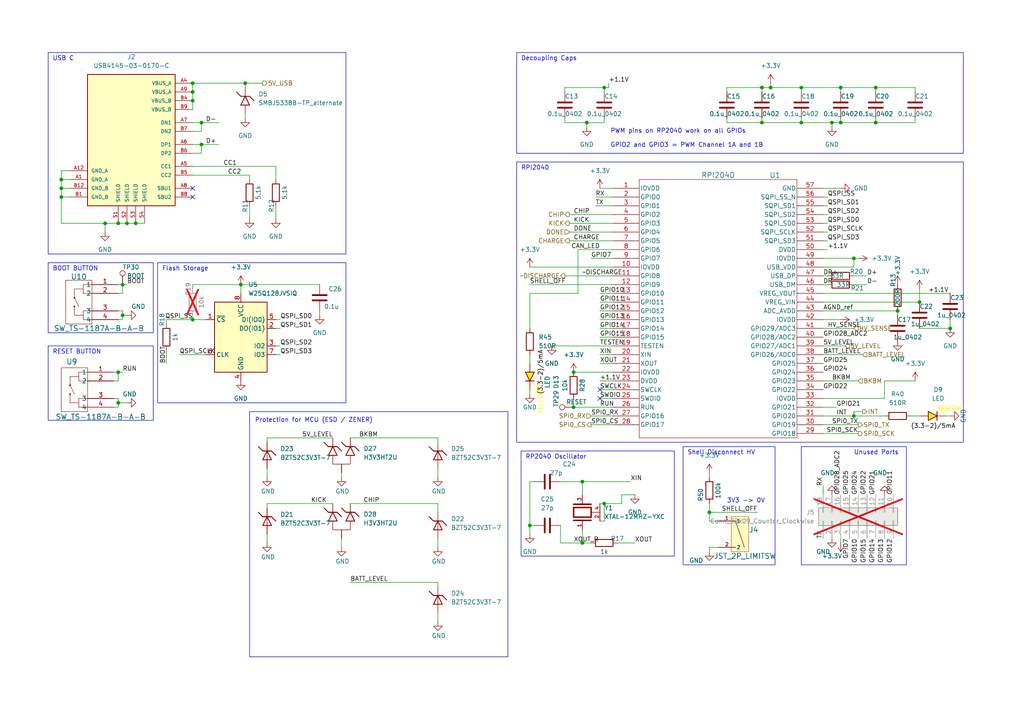
<source format=kicad_sch>
(kicad_sch (version 20250114) (generator "eeschema") (generator_version "9.0")
  (paper "A4")
  (rectangle (start 149.86 46.99) (end 279.4 128.27))
  (rectangle (start 151.13 130.81) (end 195.58 161.29))
  (rectangle (start 13.97 15.24) (end 100.33 73.66))
  (rectangle (start 45.72 76.2) (end 100.33 116.84))
  (rectangle (start 232.41 129.54) (end 262.89 163.83))
  (rectangle (start 198.12 129.54) (end 224.79 163.83))
  (rectangle (start 149.86 15.24) (end 279.4 44.45))
  (rectangle (start 72.39 119.38) (end 147.32 190.5))
  (rectangle (start 13.97 76.2) (end 44.45 96.52))
  (rectangle (start 13.97 100.33) (end 44.45 121.92))
  (text "Unused Ports\n" (at 247.65 132.08 0) (effects (font (size 1.27 1.27)) (justify left bottom)))
  (text "YELLOW" (at 271.78 119.38 0) (effects (font (size 1.27 1.27)) (justify left bottom)))
  (text "BOOT BUTTON\n" (at 15.24 78.74 0) (effects (font (size 1.27 1.27)) (justify left bottom)))
  (text "USB C" (at 15.24 17.78 0) (effects (font (size 1.27 1.27)) (justify left bottom)))
  (text "(3.3-2)/5mA" (at 157.48 101.6 90) (effects (font (size 1.27 1.27)) (justify right bottom)))
  (text "YELLOW" (at 157.48 113.03 90) (effects (font (size 1.27 1.27)) (justify right bottom)))
  (text "Decoupling Caps" (at 151.13 17.78 0) (effects (font (size 1.27 1.27)) (justify left bottom)))
  (text "Flash Storage\n" (at 46.99 78.74 0) (effects (font (size 1.27 1.27)) (justify left bottom)))
  (text "RP2040 Oscillator\n" (at 152.4 133.35 0) (effects (font (size 1.27 1.27)) (justify left bottom)))
  (text "RPI2040" (at 151.13 49.53 0) (effects (font (size 1.27 1.27)) (justify left bottom)))
  (text "PWM pins on RP2040 work on all GPIOs\n\nGPIO2 and GPIO3 = PWM Channel 1A and 1B\n" (at 177.038 42.926 0) (effects (font (size 1.27 1.27)) (justify left bottom)))
  (text "Shell Disconnect HV" (at 199.39 132.08 0) (effects (font (size 1.27 1.27)) (justify left bottom)))
  (text "3V3 -> 0V" (at 210.82 146.05 0) (effects (font (size 1.27 1.27)) (justify left bottom)))
  (text "RESET BUTTON\n" (at 15.24 102.87 0) (effects (font (size 1.27 1.27)) (justify left bottom)))
  (text "Protection for MCU (ESD / ZENER)" (at 73.914 122.682 0) (effects (font (size 1.27 1.27)) (justify left bottom)))
  (text "(3.3-2)/5mA" (at 264.16 124.46 0) (effects (font (size 1.27 1.27)) (justify left bottom)))
  (junction (at 30.48 64.77))
  (junction (at 58.42 41.91))
  (junction (at 260.35 90.17))
  (junction (at 232.41 35.56))
  (junction (at 266.7 87.63))
  (junction (at 55.88 24.13))
  (junction (at 69.85 82.55))
  (junction (at 35.56 91.44))
  (junction (at 55.88 92.71))
  (junction (at 275.59 95.25))
  (junction (at 254 25.4))
  (junction (at 243.84 35.56))
  (junction (at 205.74 148.59))
  (junction (at 55.88 29.21))
  (junction (at 168.91 139.7))
  (junction (at 247.65 120.65))
  (junction (at 170.18 35.56))
  (junction (at 34.29 107.95))
  (junction (at 166.37 107.95))
  (junction (at 17.78 54.61))
  (junction (at 17.78 57.15))
  (junction (at 36.83 64.77))
  (junction (at 241.3 35.56))
  (junction (at 247.65 74.93))
  (junction (at 39.37 64.77))
  (junction (at 232.41 25.4))
  (junction (at 55.88 26.67))
  (junction (at 153.67 152.4))
  (junction (at 168.91 157.48))
  (junction (at 17.78 52.07))
  (junction (at 243.84 25.4))
  (junction (at 223.52 25.4))
  (junction (at 34.29 64.77))
  (junction (at 220.98 25.4))
  (junction (at 58.42 35.56))
  (junction (at 175.26 25.4))
  (junction (at 34.29 116.84))
  (junction (at 254 35.56))
  (junction (at 35.56 82.55))
  (junction (at 175.26 146.05))
  (junction (at 220.98 35.56))
  (junction (at 166.37 118.11))
  (junction (at 71.12 24.13))
  (no_connect (at 173.99 113.03))
  (no_connect (at 55.88 54.61))
  (no_connect (at 173.99 115.57))
  (no_connect (at 55.88 57.15))
  (wire (pts (xy 166.37 118.11) (xy 177.8 118.11)))
  (wire (pts (xy 256.54 110.49) (xy 256.54 115.57)))
  (wire (pts (xy 238.76 120.65) (xy 247.65 120.65)))
  (wire (pts (xy 35.56 82.55) (xy 36.83 82.55)))
  (wire (pts (xy 34.29 64.77) (xy 36.83 64.77)))
  (wire (pts (xy 176.53 24.13) (xy 176.53 25.4)))
  (wire (pts (xy 172.72 59.69) (xy 177.8 59.69)))
  (wire (pts (xy 163.83 25.4) (xy 163.83 26.67)))
  (wire (pts (xy 205.74 160.02) (xy 205.74 158.75)))
  (wire (pts (xy 266.7 95.25) (xy 275.59 95.25)))
  (wire (pts (xy 238.76 102.87) (xy 250.19 102.87)))
  (wire (pts (xy 71.12 33.02) (xy 71.12 34.29)))
  (wire (pts (xy 220.98 25.4) (xy 210.82 25.4)))
  (wire (pts (xy 58.42 38.1) (xy 58.42 35.56)))
  (wire (pts (xy 238.76 72.39) (xy 240.03 72.39)))
  (wire (pts (xy 168.91 153.67) (xy 168.91 157.48)))
  (wire (pts (xy 35.56 85.09) (xy 35.56 82.55)))
  (wire (pts (xy 260.35 90.17) (xy 260.35 91.44)))
  (wire (pts (xy 55.88 92.71) (xy 55.88 91.44)))
  (wire (pts (xy 232.41 35.56) (xy 241.3 35.56)))
  (wire (pts (xy 247.65 77.47) (xy 247.65 74.93)))
  (wire (pts (xy 167.64 72.39) (xy 177.8 72.39)))
  (wire (pts (xy 55.88 35.56) (xy 58.42 35.56)))
  (wire (pts (xy 220.98 25.4) (xy 220.98 26.67)))
  (wire (pts (xy 20.32 52.07) (xy 17.78 52.07)))
  (wire (pts (xy 172.72 57.15) (xy 177.8 57.15)))
  (wire (pts (xy 243.84 157.48) (xy 243.84 156.21)))
  (wire (pts (xy 162.56 157.48) (xy 162.56 152.4)))
  (wire (pts (xy 101.6 168.91) (xy 127 168.91)))
  (wire (pts (xy 127 148.59) (xy 127 146.05)))
  (wire (pts (xy 99.06 158.75) (xy 99.06 156.21)))
  (wire (pts (xy 173.99 110.49) (xy 177.8 110.49)))
  (wire (pts (xy 48.26 92.71) (xy 55.88 92.71)))
  (wire (pts (xy 223.52 25.4) (xy 220.98 25.4)))
  (wire (pts (xy 153.67 82.55) (xy 177.8 82.55)))
  (wire (pts (xy 184.15 143.51) (xy 180.34 143.51)))
  (wire (pts (xy 232.41 26.67) (xy 232.41 25.4)))
  (wire (pts (xy 153.67 85.09) (xy 153.67 95.25)))
  (wire (pts (xy 35.56 91.44) (xy 35.56 90.17)))
  (wire (pts (xy 55.88 24.13) (xy 55.88 26.67)))
  (wire (pts (xy 175.26 146.05) (xy 175.26 151.13)))
  (wire (pts (xy 177.8 69.85) (xy 165.1 69.85)))
  (wire (pts (xy 20.32 49.53) (xy 17.78 49.53)))
  (wire (pts (xy 265.43 26.67) (xy 265.43 25.4)))
  (wire (pts (xy 30.48 64.77) (xy 30.48 67.31)))
  (wire (pts (xy 243.84 25.4) (xy 243.84 26.67)))
  (wire (pts (xy 238.76 59.69) (xy 240.03 59.69)))
  (wire (pts (xy 173.99 115.57) (xy 177.8 115.57)))
  (wire (pts (xy 99.06 138.43) (xy 99.06 137.16)))
  (wire (pts (xy 17.78 64.77) (xy 17.78 57.15)))
  (wire (pts (xy 171.45 120.65) (xy 177.8 120.65)))
  (wire (pts (xy 254 34.29) (xy 254 35.56)))
  (wire (pts (xy 168.91 157.48) (xy 171.45 157.48)))
  (wire (pts (xy 241.3 35.56) (xy 241.3 36.83)))
  (wire (pts (xy 163.83 25.4) (xy 175.26 25.4)))
  (wire (pts (xy 127 170.18) (xy 127 168.91)))
  (wire (pts (xy 177.8 67.31) (xy 165.1 67.31)))
  (wire (pts (xy 205.74 148.59) (xy 219.71 148.59)))
  (wire (pts (xy 180.34 143.51) (xy 180.34 146.05)))
  (wire (pts (xy 210.82 35.56) (xy 210.82 34.29)))
  (wire (pts (xy 33.02 107.95) (xy 34.29 107.95)))
  (wire (pts (xy 34.29 92.71) (xy 35.56 92.71)))
  (wire (pts (xy 20.32 54.61) (xy 17.78 54.61)))
  (wire (pts (xy 55.88 48.26) (xy 80.01 48.26)))
  (wire (pts (xy 20.32 57.15) (xy 17.78 57.15)))
  (wire (pts (xy 163.83 35.56) (xy 163.83 34.29)))
  (wire (pts (xy 34.29 116.84) (xy 34.29 115.57)))
  (wire (pts (xy 77.47 154.94) (xy 77.47 157.48)))
  (wire (pts (xy 153.67 113.03) (xy 153.67 114.3)))
  (wire (pts (xy 247.65 82.55) (xy 251.46 82.55)))
  (wire (pts (xy 170.18 35.56) (xy 163.83 35.56)))
  (wire (pts (xy 17.78 64.77) (xy 30.48 64.77)))
  (wire (pts (xy 173.99 113.03) (xy 177.8 113.03)))
  (wire (pts (xy 173.99 102.87) (xy 177.8 102.87)))
  (wire (pts (xy 80.01 100.33) (xy 81.28 100.33)))
  (wire (pts (xy 80.01 92.71) (xy 81.28 92.71)))
  (wire (pts (xy 175.26 34.29) (xy 175.26 35.56)))
  (wire (pts (xy 34.29 118.11) (xy 34.29 116.84)))
  (wire (pts (xy 173.99 105.41) (xy 177.8 105.41)))
  (wire (pts (xy 265.43 35.56) (xy 254 35.56)))
  (wire (pts (xy 232.41 34.29) (xy 232.41 35.56)))
  (wire (pts (xy 223.52 25.4) (xy 232.41 25.4)))
  (wire (pts (xy 238.76 92.71) (xy 243.84 92.71)))
  (wire (pts (xy 71.12 24.13) (xy 76.2 24.13)))
  (wire (pts (xy 274.32 120.65) (xy 275.59 120.65)))
  (wire (pts (xy 264.16 120.65) (xy 266.7 120.65)))
  (wire (pts (xy 69.85 82.55) (xy 69.85 85.09)))
  (wire (pts (xy 34.29 107.95) (xy 35.56 107.95)))
  (wire (pts (xy 247.65 80.01) (xy 251.46 80.01)))
  (wire (pts (xy 58.42 35.56) (xy 63.5 35.56)))
  (wire (pts (xy 36.83 91.44) (xy 35.56 91.44)))
  (wire (pts (xy 35.56 92.71) (xy 35.56 91.44)))
  (wire (pts (xy 34.29 110.49) (xy 34.29 107.95)))
  (wire (pts (xy 127 177.8) (xy 127 180.34)))
  (wire (pts (xy 247.65 119.38) (xy 247.65 120.65)))
  (wire (pts (xy 153.67 139.7) (xy 154.94 139.7)))
  (wire (pts (xy 254 26.67) (xy 254 25.4)))
  (wire (pts (xy 101.6 146.05) (xy 127 146.05)))
  (wire (pts (xy 238.76 69.85) (xy 240.03 69.85)))
  (wire (pts (xy 247.65 120.65) (xy 256.54 120.65)))
  (wire (pts (xy 34.29 90.17) (xy 35.56 90.17)))
  (wire (pts (xy 175.26 35.56) (xy 170.18 35.56)))
  (wire (pts (xy 39.37 64.77) (xy 41.91 64.77)))
  (wire (pts (xy 55.88 24.13) (xy 71.12 24.13)))
  (wire (pts (xy 80.01 102.87) (xy 81.28 102.87)))
  (wire (pts (xy 36.83 64.77) (xy 39.37 64.77)))
  (wire (pts (xy 77.47 135.89) (xy 77.47 138.43)))
  (wire (pts (xy 55.88 44.45) (xy 58.42 44.45)))
  (wire (pts (xy 55.88 50.8) (xy 72.39 50.8)))
  (wire (pts (xy 80.01 59.69) (xy 80.01 63.5)))
  (wire (pts (xy 243.84 54.61) (xy 238.76 54.61)))
  (wire (pts (xy 238.76 100.33) (xy 245.11 100.33)))
  (wire (pts (xy 171.45 74.93) (xy 177.8 74.93)))
  (wire (pts (xy 170.18 35.56) (xy 170.18 36.83)))
  (wire (pts (xy 173.99 90.17) (xy 177.8 90.17)))
  (wire (pts (xy 171.45 123.19) (xy 177.8 123.19)))
  (wire (pts (xy 168.91 139.7) (xy 182.88 139.7)))
  (wire (pts (xy 223.52 24.13) (xy 223.52 25.4)))
  (wire (pts (xy 238.76 85.09) (xy 275.59 85.09)))
  (wire (pts (xy 92.71 90.17) (xy 92.71 91.44)))
  (wire (pts (xy 162.56 157.48) (xy 168.91 157.48)))
  (wire (pts (xy 58.42 41.91) (xy 63.5 41.91)))
  (wire (pts (xy 30.48 64.77) (xy 34.29 64.77)))
  (wire (pts (xy 33.02 115.57) (xy 34.29 115.57)))
  (wire (pts (xy 238.76 82.55) (xy 240.03 82.55)))
  (wire (pts (xy 238.76 90.17) (xy 260.35 90.17)))
  (wire (pts (xy 167.64 85.09) (xy 167.64 72.39)))
  (wire (pts (xy 238.76 118.11) (xy 242.57 118.11)))
  (wire (pts (xy 55.88 82.55) (xy 69.85 82.55)))
  (wire (pts (xy 55.88 92.71) (xy 59.69 92.71)))
  (wire (pts (xy 166.37 107.95) (xy 177.8 107.95)))
  (wire (pts (xy 179.07 157.48) (xy 184.15 157.48)))
  (wire (pts (xy 72.39 59.69) (xy 72.39 63.5)))
  (wire (pts (xy 173.99 95.25) (xy 177.8 95.25)))
  (wire (pts (xy 165.1 64.77) (xy 177.8 64.77)))
  (wire (pts (xy 238.76 62.23) (xy 240.03 62.23)))
  (wire (pts (xy 238.76 95.25) (xy 247.65 95.25)))
  (wire (pts (xy 33.02 110.49) (xy 34.29 110.49)))
  (wire (pts (xy 77.47 127) (xy 96.52 127)))
  (wire (pts (xy 55.88 41.91) (xy 58.42 41.91)))
  (wire (pts (xy 238.76 143.51) (xy 238.76 140.97)))
  (wire (pts (xy 220.98 35.56) (xy 232.41 35.56)))
  (wire (pts (xy 153.67 102.87) (xy 153.67 105.41)))
  (wire (pts (xy 69.85 82.55) (xy 92.71 82.55)))
  (wire (pts (xy 153.67 152.4) (xy 153.67 139.7)))
  (wire (pts (xy 55.88 83.82) (xy 55.88 82.55)))
  (wire (pts (xy 265.43 110.49) (xy 256.54 110.49)))
  (wire (pts (xy 127 128.27) (xy 127 127)))
  (wire (pts (xy 250.19 119.38) (xy 247.65 119.38)))
  (wire (pts (xy 238.76 57.15) (xy 240.03 57.15)))
  (wire (pts (xy 205.74 137.16) (xy 205.74 138.43)))
  (wire (pts (xy 80.01 95.25) (xy 81.28 95.25)))
  (wire (pts (xy 208.28 151.13) (xy 205.74 151.13)))
  (wire (pts (xy 173.99 54.61) (xy 177.8 54.61)))
  (wire (pts (xy 205.74 146.05) (xy 205.74 148.59)))
  (wire (pts (xy 153.67 77.47) (xy 177.8 77.47)))
  (wire (pts (xy 220.98 34.29) (xy 220.98 35.56)))
  (wire (pts (xy 80.01 52.07) (xy 80.01 48.26)))
  (wire (pts (xy 243.84 25.4) (xy 254 25.4)))
  (wire (pts (xy 71.12 24.13) (xy 71.12 25.4)))
  (wire (pts (xy 173.99 85.09) (xy 177.8 85.09)))
  (wire (pts (xy 101.6 127) (xy 127 127)))
  (wire (pts (xy 180.34 146.05) (xy 175.26 146.05)))
  (wire (pts (xy 265.43 34.29) (xy 265.43 35.56)))
  (wire (pts (xy 175.26 25.4) (xy 175.26 26.67)))
  (wire (pts (xy 254 35.56) (xy 243.84 35.56)))
  (wire (pts (xy 77.47 128.27) (xy 77.47 127)))
  (wire (pts (xy 173.99 97.79) (xy 177.8 97.79)))
  (wire (pts (xy 238.76 67.31) (xy 240.03 67.31)))
  (wire (pts (xy 162.56 139.7) (xy 168.91 139.7)))
  (wire (pts (xy 163.83 80.01) (xy 177.8 80.01)))
  (wire (pts (xy 248.92 74.93) (xy 247.65 74.93)))
  (wire (pts (xy 275.59 92.71) (xy 275.59 95.25)))
  (wire (pts (xy 48.26 101.6) (xy 48.26 105.41)))
  (wire (pts (xy 153.67 152.4) (xy 154.94 152.4)))
  (wire (pts (xy 177.8 62.23) (xy 165.1 62.23)))
  (wire (pts (xy 55.88 38.1) (xy 58.42 38.1)))
  (wire (pts (xy 243.84 34.29) (xy 243.84 35.56)))
  (wire (pts (xy 166.37 115.57) (xy 166.37 118.11)))
  (wire (pts (xy 205.74 148.59) (xy 205.74 151.13)))
  (wire (pts (xy 58.42 44.45) (xy 58.42 41.91)))
  (wire (pts (xy 238.76 77.47) (xy 247.65 77.47)))
  (wire (pts (xy 176.53 25.4) (xy 175.26 25.4)))
  (wire (pts (xy 160.02 100.33) (xy 177.8 100.33)))
  (wire (pts (xy 173.99 87.63) (xy 177.8 87.63)))
  (wire (pts (xy 153.67 154.94) (xy 153.67 152.4)))
  (wire (pts (xy 173.99 146.05) (xy 175.26 146.05)))
  (wire (pts (xy 238.76 110.49) (xy 248.92 110.49)))
  (wire (pts (xy 153.67 85.09) (xy 167.64 85.09)))
  (wire (pts (xy 238.76 74.93) (xy 247.65 74.93)))
  (wire (pts (xy 173.99 92.71) (xy 177.8 92.71)))
  (wire (pts (xy 34.29 82.55) (xy 35.56 82.55)))
  (wire (pts (xy 17.78 54.61) (xy 17.78 57.15)))
  (wire (pts (xy 17.78 49.53) (xy 17.78 52.07)))
  (wire (pts (xy 77.47 147.32) (xy 77.47 146.05)))
  (wire (pts (xy 210.82 25.4) (xy 210.82 26.67)))
  (wire (pts (xy 220.98 35.56) (xy 210.82 35.56)))
  (wire (pts (xy 238.76 87.63) (xy 266.7 87.63)))
  (wire (pts (xy 127 135.89) (xy 127 138.43)))
  (wire (pts (xy 55.88 26.67) (xy 55.88 29.21)))
  (wire (pts (xy 55.88 29.21) (xy 55.88 31.75)))
  (wire (pts (xy 48.26 93.98) (xy 48.26 92.71)))
  (wire (pts (xy 36.83 116.84) (xy 34.29 116.84)))
  (wire (pts (xy 256.54 115.57) (xy 238.76 115.57)))
  (wire (pts (xy 238.76 64.77) (xy 240.03 64.77)))
  (wire (pts (xy 33.02 118.11) (xy 34.29 118.11)))
  (wire (pts (xy 168.91 139.7) (xy 168.91 143.51)))
  (wire (pts (xy 175.26 151.13) (xy 173.99 151.13)))
  (wire (pts (xy 34.29 85.09) (xy 35.56 85.09)))
  (wire (pts (xy 17.78 52.07) (xy 17.78 54.61)))
  (wire (pts (xy 72.39 50.8) (xy 72.39 52.07)))
  (wire (pts (xy 265.43 25.4) (xy 254 25.4)))
  (wire (pts (xy 238.76 125.73) (xy 248.92 125.73)))
  (wire (pts (xy 243.84 35.56) (xy 241.3 35.56)))
  (wire (pts (xy 205.74 158.75) (xy 208.28 158.75)))
  (wire (pts (xy 238.76 80.01) (xy 240.03 80.01)))
  (wire (pts (xy 266.7 83.82) (xy 266.7 87.63)))
  (wire (pts (xy 238.76 123.19) (xy 248.92 123.19)))
  (wire (pts (xy 52.07 102.87) (xy 59.69 102.87)))
  (wire (pts (xy 127 156.21) (xy 127 158.75)))
  (wire (pts (xy 232.41 25.4) (xy 243.84 25.4)))
  (wire (pts (xy 77.47 146.05) (xy 96.52 146.05)))
  (label "SPI0_CS" (at 171.45 123.19 0))
  (label "TESTEN" (at 173.99 100.33 0))
  (label "5V_LEVEL" (at 87.63 127 0))
  (label "+1.1V" (at 240.03 72.39 0))
  (label "+1.1V" (at 176.53 24.13 0))
  (label "KICK" (at 166.37 64.77 0))
  (label "QSPI_SD0" (at 81.28 92.71 0))
  (label "BKBM" (at 104.14 127 0))
  (label "AGND_ref" (at 238.76 90.17 0))
  (label "SWDIO" (at 173.99 115.57 0))
  (label "5V_LEVEL" (at 238.76 100.33 0))
  (label "DR+" (at 238.76 80.01 0))
  (label "GPIO22" (at 251.46 143.51 90))
  (label "DONE" (at 166.37 67.31 0))
  (label "QSPI_SD3" (at 240.03 69.85 0))
  (label "RUN" (at 173.99 118.11 0))
  (label "GPIO21" (at 254 143.51 90))
  (label "RX" (at 238.76 140.97 90))
  (label "GPIO11" (at 259.08 143.51 90))
  (label "BOOT" (at 36.83 82.55 0))
  (label "BOOT" (at 48.26 105.41 90))
  (label "GPIO12" (at 173.99 90.17 0))
  (label "GPIO11" (at 173.99 87.63 0))
  (label "RUN" (at 35.56 107.95 0))
  (label "SHELL_OFF" (at 153.67 82.55 0))
  (label "CHIP" (at 105.41 146.05 0))
  (label "SHELL_OFF" (at 219.71 148.59 180))
  (label "QSPI_SCLK" (at 240.03 67.31 0))
  (label "CHARGE" (at 166.37 69.85 0))
  (label "TX" (at 238.76 156.21 90))
  (label "GPIO13" (at 256.54 156.21 270))
  (label "BATT_LEVEL" (at 238.76 102.87 0))
  (label "GPIO14" (at 173.99 95.25 0))
  (label "GPIO24" (at 238.76 107.95 0))
  (label "+1.1V" (at 269.24 85.09 0))
  (label "XOUT_R" (at 166.37 157.48 0))
  (label "XIN" (at 182.88 139.7 0))
  (label "GPIO25" (at 246.38 143.51 90))
  (label "GPIO24" (at 248.92 143.51 90))
  (label "QSPI_SD2" (at 240.03 62.23 0))
  (label "QSPI_SD3" (at 81.28 102.87 0))
  (label "RX" (at 172.72 57.15 0))
  (label "XOUT" (at 184.15 157.48 0))
  (label "GPIO12" (at 259.08 156.21 270))
  (label "GPIO28_ADC2" (at 238.76 97.79 0))
  (label "SPI0_RX" (at 171.45 120.65 0))
  (label "GPIO10" (at 248.92 156.21 270))
  (label "BATT_LEVEL" (at 101.6 168.91 0))
  (label "GPIO28_ADC2" (at 243.84 143.51 90))
  (label "GPIO21" (at 242.57 118.11 0))
  (label "GPIO15" (at 251.46 156.21 270))
  (label "D-" (at 251.46 82.55 0))
  (label "D+" (at 59.69 41.91 0))
  (label "GPIO7" (at 171.45 74.93 0))
  (label "QSPI_SD2" (at 81.28 100.33 0))
  (label "GPIO15" (at 173.99 97.79 0))
  (label "CAN_LED" (at 173.99 72.39 180))
  (label "SWCLK" (at 173.99 113.03 0))
  (label "QSPI_SCLK" (at 52.07 102.87 0))
  (label "D+" (at 251.46 80.01 0))
  (label "XIN" (at 173.99 102.87 0))
  (label "GPIO13" (at 173.99 92.71 0))
  (label "GPIO10" (at 173.99 85.09 0))
  (label "BKBM" (at 241.3 110.49 0))
  (label "XOUT" (at 173.99 105.41 0))
  (label "GPIO22" (at 238.76 113.03 0))
  (label "GPIO25" (at 238.76 105.41 0))
  (label "QSPI_SS" (at 55.88 92.71 180))
  (label "INT" (at 242.57 120.65 0))
  (label "~DISCHARGE" (at 168.91 80.01 0))
  (label "TX" (at 172.72 59.69 0))
  (label "CHIP" (at 166.37 62.23 0))
  (label "CC1" (at 64.77 48.26 0))
  (label "D-" (at 59.69 35.56 0))
  (label "KICK" (at 90.17 146.05 0))
  (label "CC2" (at 66.04 50.8 0))
  (label "QSPI_SD1" (at 81.28 95.25 0))
  (label "HV_SENSE" (at 240.03 95.25 0))
  (label "DR-" (at 238.76 82.55 0))
  (label "+1.1V" (at 173.99 110.49 0))
  (label "QSPI_SD0" (at 240.03 64.77 0))
  (label "GPIO14" (at 254 156.21 270))
  (label "SPI0_SCK" (at 248.92 125.73 180))
  (label "GPIO7" (at 246.38 156.21 270))
  (label "QSPI_SD1" (at 240.03 59.69 0))
  (label "QSPI_SS" (at 240.03 57.15 0))
  (label "SPI0_TX" (at 248.92 123.19 180))
  (hierarchical_label "HV_SENSE" (shape input) (at 247.65 95.25 0))
  (hierarchical_label "CHARGE" (shape output) (at 165.1 69.85 180))
  (hierarchical_label "CHIP" (shape output) (at 165.1 62.23 180))
  (hierarchical_label "INT" (shape output) (at 250.19 119.38 0))
  (hierarchical_label "~DISCHARGE" (shape output) (at 163.83 80.01 180))
  (hierarchical_label "5V_USB" (shape output) (at 76.2 24.13 0))
  (hierarchical_label "5V_LEVEL" (shape input) (at 245.11 100.33 0))
  (hierarchical_label "SPI0_TX" (shape output) (at 248.92 123.19 0))
  (hierarchical_label "BKBM" (shape input) (at 248.92 110.49 0))
  (hierarchical_label "SPI0_CS" (shape output) (at 171.45 123.19 180))
  (hierarchical_label "SPI0_SCK" (shape output) (at 248.92 125.73 0))
  (hierarchical_label "DONE" (shape input) (at 165.1 67.31 180))
  (hierarchical_label "BATT_LEVEL" (shape input) (at 250.19 102.87 0))
  (hierarchical_label "KICK" (shape output) (at 165.1 64.77 180))
  (hierarchical_label "SPI0_RX" (shape input) (at 171.45 120.65 180))
  (symbol (lib_id "power:GND") (at 36.83 91.44 90) (unit 1)
    (property "Reference" "#PWR052" (effects (hide yes)))
    (property "Value" "GND" (at 38.1 88.9 90) (effects (justify right)))
  )
  (symbol (lib_name "R_100k_3") (lib_id "bots:R_100k") (at 205.74 142.24 0) (unit 1)
    (property "Reference" "R50" (at 203.2 143.51 90))
    (property "Value" "100k" (at 208.28 142.24 90))
    (property "Footprint" "bots:R_0603_1608Metric" (effects (hide yes)))
    (property "MPN" "0603WAF1003T5E" (effects (hide yes)))
    (property "Manufacturer" "UNI-ROYAL(Uniroyal Elec)" (effects (hide yes)))
    (property "Price" "0.0009" (effects (hide yes)))
    (property "JLC" "0603" (effects (hide yes)))
    (property "LCSC" "C25803" (effects (hide yes)))
    (property "JLC Extended" "no" (effects (hide yes)))
  )
  (symbol (lib_id "power:+3.3V") (at 223.52 24.13 0) (unit 1)
    (property "Reference" "#PWR031" (effects (hide yes)))
    (property "Value" "+3.3V" (at 223.52 19.05 0))
  )
  (symbol (lib_id "power:GND") (at 275.59 120.65 90) (unit 1)
    (property "Reference" "#PWR064" (effects (hide yes)))
    (property "Value" "GND" (at 279.4 120.65 0))
  )
  (symbol (lib_id "bots:D_ZENER_BZT52C3V3T-7_alternate") (at 127 152.4 270) (unit 1)
    (property "Reference" "D22" (at 130.81 150.4949 90) (effects (justify left)))
    (property "Value" "BZT52C3V3T-7" (at 130.81 153.0349 90) (effects (justify left)))
    (property "Footprint" "bots:D_SOD-523" (effects (hide yes)))
    (property "Description" "Zener diode" (effects (hide yes)))
    (property "MPN" "BZX584C3V3" (effects (hide yes)))
    (property "Manufacturer" "hongjiacheng" (effects (hide yes)))
    (property "Price" "0.0242" (effects (hide yes)))
    (property "JLC" "SOD-523" (effects (hide yes)))
    (property "LCSC" "C19077462" (effects (hide yes)))
    (property "JLC Extended" "no" (effects (hide yes)))
  )
  (symbol (lib_id "power:+3.3V") (at 260.35 82.55 0) (mirror y) (unit 1)
    (property "Reference" "#PWR029" (effects (hide yes)))
    (property "Value" "+3.3V" (at 260.35 80.01 90) (effects (justify left)))
  )
  (symbol (lib_id "power:GND") (at 77.47 138.43 0) (unit 1)
    (property "Reference" "#PWR0111" (effects (hide yes)))
    (property "Value" "GND" (at 77.724 142.494 0))
  )
  (symbol (lib_id "power:+3.3V") (at 205.74 137.16 0) (mirror y) (unit 1)
    (property "Reference" "#PWR081" (effects (hide yes)))
    (property "Value" "+3.3V" (at 205.74 132.08 0))
  )
  (symbol (lib_id "power:GND") (at 99.06 158.75 0) (unit 1)
    (property "Reference" "#PWR069" (effects (hide yes)))
    (property "Value" "GND" (at 99.314 162.814 0))
  )
  (symbol (lib_id "power:GND") (at 30.48 67.31 0) (unit 1)
    (property "Reference" "#PWR022" (effects (hide yes)))
    (property "Value" "GND" (at 30.48 72.39 0))
  )
  (symbol (lib_id "bots:D_TVS_ESD") (at 99.06 130.81 270) (unit 1)
    (property "Reference" "D27" (at 105.41 130.1114 90) (effects (justify left)))
    (property "Value" "H3V3HT2U" (at 105.41 132.6514 90) (effects (justify left)))
    (property "Footprint" "bots:SOT-23" (effects (hide yes)))
    (property "Description" "Zener diode ESD" (effects (hide yes)))
    (property "MPN" "H3V3HT2U" (effects (hide yes)))
    (property "Manufacturer" "hongjiacheng" (effects (hide yes)))
    (property "Price" "0.0379" (effects (hide yes)))
    (property "JLC" "SOT-23" (effects (hide yes)))
    (property "LCSC" "C20617924 " (effects (hide yes)))
    (property "extended" "no" (effects (hide yes)))
  )
  (symbol (lib_id "thebots_symlib:C_0.1u_0402") (at 254 30.48 0) (unit 1)
    (property "Reference" "C20" (at 254 27.94 0) (effects (justify left)))
    (property "Value" "0.1u_0402" (at 248.92 33.02 0) (effects (justify left)))
    (property "Footprint" "bots:C_0402_1005Metric" (effects (hide yes)))
    (property "Description" "Unpolarized capacitor" (effects (hide yes)))
    (property "JLC" "0402" (effects (hide yes)))
    (property "LCSC" "C307331" (effects (hide yes)))
    (property "MPN" "CL05B104KB54PNC" (effects (hide yes)))
  )
  (symbol (lib_id "power:GND") (at 275.59 95.25 0) (unit 1)
    (property "Reference" "#PWR038" (effects (hide yes)))
    (property "Value" "GND" (at 275.59 100.33 0))
  )
  (symbol (lib_id "bots:JST_TO_LIMITSW") (at 213.36 154.94 0) (unit 1)
    (property "Reference" "J4" (at 217.17 153.67 0) (effects (font (size 1.524 1.524)) (justify left)))
    (property "Value" "JST_2P_LIMITSW" (at 207.01 161.29 0) (effects (font (size 1.524 1.524)) (justify left)))
    (property "Footprint" "bots:JST_B2B-XH-A_LF__SN_" (effects (hide yes)))
  )
  (symbol (lib_id "bots:D_ZENER_BZT52C3V3T-7_alternate") (at 77.47 151.13 270) (unit 1)
    (property "Reference" "D21" (at 81.28 149.2249 90) (effects (justify left)))
    (property "Value" "BZT52C3V3T-7" (at 81.28 151.7649 90) (effects (justify left)))
    (property "Footprint" "bots:D_SOD-523" (effects (hide yes)))
    (property "Description" "Zener diode" (effects (hide yes)))
    (property "MPN" "BZX584C3V3" (effects (hide yes)))
    (property "Manufacturer" "hongjiacheng" (effects (hide yes)))
    (property "Price" "0.0242" (effects (hide yes)))
    (property "JLC" "SOD-523" (effects (hide yes)))
    (property "LCSC" "C19077462" (effects (hide yes)))
    (property "JLC Extended" "no" (effects (hide yes)))
  )
  (symbol (lib_id "power:GND") (at 160.02 100.33 0) (unit 1)
    (property "Reference" "#PWR049" (effects (hide yes)))
    (property "Value" "GND" (at 160.02 105.41 0))
  )
  (symbol (lib_id "bots:C_0.1u") (at 92.71 86.36 0) (unit 1)
    (property "Reference" "C26" (at 95.25 83.82 0) (effects (justify left)))
    (property "Value" "0.1u" (at 93.98 88.9 0) (effects (justify left)))
    (property "Footprint" "bots:C_0603_1608Metric" (effects (hide yes)))
    (property "MPN" "CC0603KRX7R9BB104" (effects (hide yes)))
    (property "Manufacturer" "YAGEO" (effects (hide yes)))
    (property "Price" "0.0021" (effects (hide yes)))
    (property "JLC" "0603" (effects (hide yes)))
    (property "LCSC" "C14663" (effects (hide yes)))
    (property "JLC Extended" "no" (effects (hide yes)))
  )
  (symbol (lib_id "bots:USB4145-03-0170-C") (at 38.1 46.99 0) (unit 1)
    (property "Reference" "J2" (at 38.1 16.51 0))
    (property "Value" "USB4145-03-0170-C" (at 38.1 19.05 0))
    (property "Footprint" "bots:GCT_USB4145-03-0170-C_REVA2" (effects (hide yes)))
    (property "Description" "USB-C (USB TYPE-C) USB 2.0 Receptacle Connector 24 (16+8 Dummy) Position Surface Mount, Through Hole" (effects (hide yes)))
    (property "MF" "Global Connector Technology" (effects (hide yes)))
    (property "MAXIMUM_PACKAGE_HEIGHT" "7.66mm" (effects (hide yes)))
    (property "Price" "1.61" (effects (hide yes)))
    (property "MPN" "USB4145-03-0170-C" (effects (hide yes)))
    (property "Manufacturer" "GCT" (effects (hide yes)))
    (property "JLC" "SMD" (effects (hide yes)))
    (property "LCSC" "C5181332" (effects (hide yes)))
    (property "JLC Extended" "yes" (effects (hide yes)))
  )
  (symbol (lib_id "bots:D_ZENER_SMBJ5338B_alternate") (at 71.12 29.21 270) (unit 1)
    (property "Reference" "D5" (at 74.93 27.3049 90) (effects (justify left)))
    (property "Value" "SMBJ5338B-TP_alternate" (at 74.93 29.8449 90) (effects (justify left)))
    (property "Footprint" "bots:D_SMB" (effects (hide yes)))
    (property "Description" "Zener diode" (effects (hide yes)))
    (property "MPN" "SMBJ5338B" (effects (hide yes)))
    (property "Manufacturer" "hongjiacheng" (effects (hide yes)))
    (property "Price" "0.149" (effects (hide yes)))
    (property "JLC" "SMB" (effects (hide yes)))
    (property "LCSC" "C19077493" (effects (hide yes)))
    (property "JLC Extended" "no" (effects (hide yes)))
  )
  (symbol (lib_id "power:GND") (at 243.84 54.61 90) (unit 1)
    (property "Reference" "#PWR016" (effects (hide yes)))
    (property "Value" "GND" (at 247.65 54.61 90) (effects (justify right)))
  )
  (symbol (lib_id "bots:RPI2040") (at 177.8 54.61 0) (unit 1)
    (property "Reference" "U1" (at 224.79 50.8 0) (effects (font (size 1.524 1.524))))
    (property "Value" "RPI2040" (at 208.28 50.8 0) (effects (font (size 1.524 1.524))))
    (property "Footprint" "bots:QFN56_7X7_RPI" (effects (hide yes)))
    (property "MPN" "RP2040" (effects (hide yes)))
    (property "Manufacturer" "Raspberry Pi" (effects (hide yes)))
    (property "Price" "0.9997" (effects (hide yes)))
    (property "JLC" "LQFN-56(7x7)" (effects (hide yes)))
    (property "LCSC" "C2040" (effects (hide yes)))
    (property "JLC Extended" "yes" (effects (hide yes)))
  )
  (symbol (lib_id "power:GND") (at 127 180.34 0) (unit 1)
    (property "Reference" "#PWR0108" (effects (hide yes)))
    (property "Value" "GND" (at 127.254 184.404 0))
  )
  (symbol (lib_id "thebots_symlib:C_0.1u_0402") (at 175.26 30.48 0) (unit 1)
    (property "Reference" "C14" (at 175.26 27.94 0) (effects (justify left)))
    (property "Value" "0.1u_0402" (at 170.18 33.02 0) (effects (justify left)))
    (property "Footprint" "bots:C_0402_1005Metric" (effects (hide yes)))
    (property "Description" "Unpolarized capacitor" (effects (hide yes)))
    (property "JLC" "0402" (effects (hide yes)))
    (property "LCSC" "C307331" (effects (hide yes)))
    (property "MPN" "CL05B104KB54PNC" (effects (hide yes)))
  )
  (symbol (lib_id "thebots_symlib:R_510R") (at 260.35 120.65 90) (unit 1)
    (property "Reference" "R40" (at 260.35 114.3 90))
    (property "Value" "510R" (at 260.35 116.84 90))
    (property "Footprint" "bots:R_0603_1608Metric" (effects (hide yes)))
    (property "MPN" "0603WAF5100T5E" (effects (hide yes)))
    (property "Manufacturer" "UNI-ROYAL(Uniroyal Elec)" (effects (hide yes)))
    (property "Price" "0.0009" (effects (hide yes)))
    (property "JLC" "0603" (effects (hide yes)))
    (property "LCSC" "C23193" (effects (hide yes)))
    (property "JLC Extended" "no" (effects (hide yes)))
  )
  (symbol (lib_id "power:GND") (at 69.85 110.49 0) (unit 1)
    (property "Reference" "#PWR042" (effects (hide yes)))
    (property "Value" "GND" (at 69.85 115.57 0))
  )
  (symbol (lib_id "thebots_symlib:C_1u_0402") (at 260.35 95.25 0) (unit 1)
    (property "Reference" "C17" (at 260.35 92.71 0) (effects (justify left)))
    (property "Value" "1u_0402" (at 259.08 97.79 0) (effects (justify left)))
    (property "Footprint" "bots:C_0402_1005Metric" (effects (hide yes)))
    (property "Description" "Unpolarized capacitor" (effects (hide yes)))
    (property "MPN" "CL05A105KA5NQNC" (effects (hide yes)))
    (property "Manufacturer" "Samsung Electro-Mechanics" (effects (hide yes)))
    (property "Price" "0.0046" (effects (hide yes)))
    (property "JLC" "0402" (effects (hide yes)))
    (property "LCSC" "C52923" (effects (hide yes)))
    (property "JLC Extended" "no" (effects (hide yes)))
  )
  (symbol (lib_id "bots:SW_TS-1187A-B-A-B") (at 22.86 87.63 0) (unit 1)
    (property "Reference" "U10" (at 22.86 80.264 0) (effects (font (size 1.524 1.524))))
    (property "Value" "SW_TS-1187A-B-A-B" (at 28.702 95.25 0) (effects (font (size 1.524 1.524))))
    (property "Footprint" "bots:SW_TS-1187A-B-A-B" (effects (hide yes)))
    (property "MPN" "TS-1187A-B-A-B" (effects (hide yes)))
    (property "Manufacturer" "XKB Connection" (effects (hide yes)))
    (property "Price" "0.0189" (effects (hide yes)))
    (property "JLC" "SMD" (effects (hide yes)))
    (property "LCSC" "C318884" (effects (hide yes)))
    (property "JLC Extended" "no" (effects (hide yes)))
  )
  (symbol (lib_id "power:GND") (at 241.3 143.51 180) (unit 1)
    (property "Reference" "#PWR080" (effects (hide yes)))
    (property "Value" "GND" (at 240.03 137.16 0))
  )
  (symbol (lib_id "power:+3.3V") (at 69.85 82.55 0) (mirror y) (unit 1)
    (property "Reference" "#PWR040" (effects (hide yes)))
    (property "Value" "+3.3V" (at 69.85 77.47 0))
  )
  (symbol (lib_id "thebots_symlib:C_0.1u_0402") (at 210.82 30.48 0) (unit 1)
    (property "Reference" "C15" (at 210.82 27.94 0) (effects (justify left)))
    (property "Value" "0.1u_0402" (at 205.74 33.02 0) (effects (justify left)))
    (property "Footprint" "bots:C_0402_1005Metric" (effects (hide yes)))
    (property "Description" "Unpolarized capacitor" (effects (hide yes)))
    (property "JLC" "0402" (effects (hide yes)))
    (property "LCSC" "C307331" (effects (hide yes)))
    (property "MPN" "CL05B104KB54PNC" (effects (hide yes)))
  )
  (symbol (lib_id "bots:C_27p") (at 158.75 152.4 90) (unit 1)
    (property "Reference" "C25" (at 158.75 144.78 90))
    (property "Value" "27p" (at 158.75 147.32 90))
    (property "Footprint" "bots:C_0603_1608Metric" (effects (hide yes)))
    (property "MPN" "CC0603JRNPO9BN270" (effects (hide yes)))
    (property "Manufacturer" "YAGEO" (effects (hide yes)))
    (property "Price" "0.0027" (effects (hide yes)))
    (property "JLC" "0603" (effects (hide yes)))
    (property "LCSC" "C107045" (effects (hide yes)))
    (property "JLC Extended" "no" (effects (hide yes)))
  )
  (symbol (lib_id "bots:C_27p") (at 158.75 139.7 90) (unit 1)
    (property "Reference" "C24" (at 165.1 134.62 90))
    (property "Value" "27p" (at 161.29 137.16 90))
    (property "Footprint" "bots:C_0603_1608Metric" (effects (hide yes)))
    (property "MPN" "CC0603JRNPO9BN270" (effects (hide yes)))
    (property "Manufacturer" "YAGEO" (effects (hide yes)))
    (property "Price" "0.0027" (effects (hide yes)))
    (property "JLC" "0603" (effects (hide yes)))
    (property "LCSC" "C107045" (effects (hide yes)))
    (property "JLC Extended" "no" (effects (hide yes)))
  )
  (symbol (lib_id "power:GND") (at 36.83 116.84 90) (unit 1)
    (property "Reference" "#PWR051" (effects (hide yes)))
    (property "Value" "GND" (at 35.56 114.3 90) (effects (justify right)))
  )
  (symbol (lib_id "thebots_symlib:C_0.1u_0402") (at 265.43 30.48 0) (unit 1)
    (property "Reference" "C21" (at 265.43 27.94 0) (effects (justify left)))
    (property "Value" "0.1u_0402" (at 260.35 33.02 0) (effects (justify left)))
    (property "Footprint" "bots:C_0402_1005Metric" (effects (hide yes)))
    (property "Description" "Unpolarized capacitor" (effects (hide yes)))
    (property "JLC" "0402" (effects (hide yes)))
    (property "LCSC" "C307331" (effects (hide yes)))
    (property "MPN" "CL05B104KB54PNC" (effects (hide yes)))
  )
  (symbol (lib_id "bots:R_5.1k") (at 80.01 55.88 0) (unit 1)
    (property "Reference" "R12" (at 78.74 59.69 90))
    (property "Value" "5.1k" (at 82.55 55.88 90))
    (property "Footprint" "bots:R_0603_1608Metric" (effects (hide yes)))
    (property "MPN" "0603WAF5101T5E" (effects (hide yes)))
    (property "Manufacturer" "UNI-ROYAL(Uniroyal Elec)" (effects (hide yes)))
    (property "Price" "0.0009" (effects (hide yes)))
    (property "JLC" "0603" (effects (hide yes)))
    (property "LCSC" "C23186" (effects (hide yes)))
    (property "JLC Extended" "no" (effects (hide yes)))
  )
  (symbol (lib_id "bots:TestPoint_1x1") (at 166.37 118.11 90) (unit 1) (in_bom no)
    (property "Reference" "TP29" (at 161.29 118.11 0) (effects (justify left)))
    (property "Value" "RESET" (at 170.18 116.586 90) (effects (justify left)))
    (property "Footprint" "bots:TestPoint_Pad_1.0x1.0mm" (effects (hide yes)))
  )
  (symbol (lib_id "power:+3.3V") (at 173.99 54.61 0) (unit 1)
    (property "Reference" "#PWR013" (effects (hide yes)))
    (property "Value" "+3.3V" (at 173.99 49.53 0))
  )
  (symbol (lib_id "thebots_symlib:C_0.1u_0402") (at 220.98 30.48 0) (unit 1)
    (property "Reference" "C16" (at 220.98 27.94 0) (effects (justify left)))
    (property "Value" "0.1u_0402" (at 215.9 33.02 0) (effects (justify left)))
    (property "Footprint" "bots:C_0402_1005Metric" (effects (hide yes)))
    (property "Description" "Unpolarized capacitor" (effects (hide yes)))
    (property "JLC" "0402" (effects (hide yes)))
    (property "LCSC" "C307331" (effects (hide yes)))
    (property "MPN" "CL05B104KB54PNC" (effects (hide yes)))
  )
  (symbol (lib_id "bots:W25Q128JVSIQ") (at 69.85 97.79 0) (unit 1)
    (property "Reference" "U5" (at 71.9933 82.55 0) (effects (justify left)))
    (property "Value" "W25Q128JVSIQ" (at 71.9933 85.09 0) (effects (justify left)))
    (property "Footprint" "bots:SOIC-8_208mil" (effects (hide yes)))
    (property "Datasheet" "http://www.winbond.com/resource-files/w25q128jv_dtr%20revc%2003272018%20plus.pdf" (effects (hide yes)))
    (property "Description" "FLASH - NOR Memory IC 16Mbit SPI - Quad I/O 133 MHz 8-SOIC" (effects (hide yes)))
    (property "MPN" "W25Q128JVSIQ" (effects (hide yes)))
    (property "Manufacturer" "Winbond Elec" (effects (hide yes)))
    (property "Price" "0.65" (effects (hide yes)))
    (property "JLC" "SOIC-8-208mil " (effects (hide yes)))
    (property "LCSC" "C97521" (effects (hide yes)))
    (property "JLC Extended" "no" (effects (hide yes)))
  )
  (symbol (lib_id "power:+3.3V") (at 153.67 77.47 0) (unit 1)
    (property "Reference" "#PWR014" (effects (hide yes)))
    (property "Value" "+3.3V" (at 153.67 72.39 0))
  )
  (symbol (lib_id "power:GND") (at 71.12 34.29 0) (unit 1)
    (property "Reference" "#PWR070" (effects (hide yes)))
    (property "Value" "GND" (at 71.12 39.37 0))
  )
  (symbol (lib_id "power:GND") (at 184.15 143.51 0) (unit 1)
    (property "Reference" "#PWR0104" (effects (hide yes)))
    (property "Value" "GND" (at 184.15 148.59 0))
  )
  (symbol (lib_id "bots:R_1k") (at 48.26 97.79 0) (mirror x) (unit 1)
    (property "Reference" "R18" (at 46.99 92.71 90))
    (property "Value" "1k" (at 50.8 97.79 90))
    (property "Footprint" "bots:R_0603_1608Metric" (effects (hide yes)))
    (property "MPN" "0603WAF1001T5E" (effects (hide yes)))
    (property "Manufacturer" "UNI-ROYAL(Uniroyal Elec)" (effects (hide yes)))
    (property "Price" "0.0007" (effects (hide yes)))
    (property "JLC" "0603" (effects (hide yes)))
    (property "LCSC" "C21190" (effects (hide yes)))
  )
  (symbol (lib_id "bots:D_TVS_ESD") (at 99.06 149.86 270) (unit 1)
    (property "Reference" "D28" (at 105.41 149.1614 90) (effects (justify left)))
    (property "Value" "H3V3HT2U" (at 105.41 151.7014 90) (effects (justify left)))
    (property "Footprint" "bots:SOT-23" (effects (hide yes)))
    (property "Description" "Zener diode ESD" (effects (hide yes)))
    (property "MPN" "H3V3HT2U" (effects (hide yes)))
    (property "Manufacturer" "hongjiacheng" (effects (hide yes)))
    (property "Price" "0.0379" (effects (hide yes)))
    (property "JLC" "SOT-23" (effects (hide yes)))
    (property "LCSC" "C20617924 " (effects (hide yes)))
    (property "extended" "no" (effects (hide yes)))
  )
  (symbol (lib_id "bots:D_ZENER_BZT52C3V3T-7_alternate") (at 127 173.99 270) (unit 1)
    (property "Reference" "D24" (at 130.81 172.0849 90) (effects (justify left)))
    (property "Value" "BZT52C3V3T-7" (at 130.81 174.6249 90) (effects (justify left)))
    (property "Footprint" "bots:D_SOD-523" (effects (hide yes)))
    (property "Description" "Zener diode" (effects (hide yes)))
    (property "MPN" "BZX584C3V3" (effects (hide yes)))
    (property "Manufacturer" "hongjiacheng" (effects (hide yes)))
    (property "Price" "0.0242" (effects (hide yes)))
    (property "JLC" "SOD-523" (effects (hide yes)))
    (property "LCSC" "C19077462" (effects (hide yes)))
    (property "JLC Extended" "no" (effects (hide yes)))
  )
  (symbol (lib_id "thebots_symlib:C_1u_0402") (at 275.59 88.9 0) (unit 1)
    (property "Reference" "C23" (at 275.59 86.36 0) (effects (justify left)))
    (property "Value" "1u_0402" (at 271.78 91.44 0) (effects (justify left)))
    (property "Footprint" "bots:C_0402_1005Metric" (effects (hide yes)))
    (property "Description" "Unpolarized capacitor" (effects (hide yes)))
    (property "MPN" "CL05A105KA5NQNC" (effects (hide yes)))
    (property "Manufacturer" "Samsung Electro-Mechanics" (effects (hide yes)))
    (property "Price" "0.0046" (effects (hide yes)))
    (property "JLC" "0402" (effects (hide yes)))
    (property "LCSC" "C52923" (effects (hide yes)))
    (property "JLC Extended" "no" (effects (hide yes)))
  )
  (symbol (lib_id "power:+3.3V") (at 243.84 157.48 0) (mirror x) (unit 1)
    (property "Reference" "#PWR079" (effects (hide yes)))
    (property "Value" "+3.3V" (at 241.3 161.29 0))
  )
  (symbol (lib_id "power:GND") (at 260.35 99.06 0) (unit 1)
    (property "Reference" "#PWR043" (effects (hide yes)))
    (property "Value" "GND" (at 260.35 104.14 0))
  )
  (symbol (lib_id "power:GND") (at 72.39 63.5 0) (unit 1)
    (property "Reference" "#PWR01" (effects (hide yes)))
    (property "Value" "GND" (at 72.39 68.58 0))
  )
  (symbol (lib_id "power:GND") (at 241.3 156.21 0) (unit 1)
    (property "Reference" "#PWR077" (effects (hide yes)))
    (property "Value" "GND" (at 238.76 160.02 0))
  )
  (symbol (lib_id "bots:R_10k") (at 166.37 111.76 0) (mirror y) (unit 1)
    (property "Reference" "R28" (at 168.91 111.76 90))
    (property "Value" "10k" (at 163.83 111.76 90))
    (property "Footprint" "bots:R_0603_1608Metric" (effects (hide yes)))
    (property "MPN" "0603WAF1002T5E" (effects (hide yes)))
    (property "Manufacturer" "UNI-ROYAL(Uniroyal Elec)" (effects (hide yes)))
    (property "Price" "0.0008" (effects (hide yes)))
    (property "JLC" "0603" (effects (hide yes)))
    (property "LCSC" "C25804" (effects (hide yes)))
    (property "JLC Extended" "no" (effects (hide yes)))
  )
  (symbol (lib_id "power:+3.3V") (at 266.7 83.82 0) (mirror y) (unit 1)
    (property "Reference" "#PWR030" (effects (hide yes)))
    (property "Value" "+3.3V" (at 266.7 78.74 0))
  )
  (symbol (lib_id "thebots_symlib:Conn_02x09_Counter_Clockwise") (at 248.92 151.13 90) (unit 1) (in_bom no) (dnp yes)
    (property "Reference" "J5" (at 236.22 148.59 90) (effects (justify left)))
    (property "Value" "Conn_02x09_Counter_Clockwise" (at 236.22 151.13 90) (effects (justify left)))
    (property "Footprint" "bots:PinHeader_2x09_P2.54mm_Vertical" (effects (hide yes)))
  )
  (symbol (lib_id "bots:LED_yellow") (at 153.67 109.22 90) (unit 1)
    (property "Reference" "D13" (at 161.29 110.8075 0))
    (property "Value" "LED" (at 158.75 110.8075 0))
    (property "Footprint" "bots:LED_0805_2012Metric" (effects (hide yes)))
    (property "Description" "Light emitting diode" (effects (hide yes)))
    (property "MPN" "KT-0805Y" (effects (hide yes)))
    (property "Manufacturer" "Hubei KENTO Elec" (effects (hide yes)))
    (property "Price" "0.0195" (effects (hide yes)))
    (property "JLC" "0805" (effects (hide yes)))
    (property "LCSC" "C2296" (effects (hide yes)))
    (property "JLC Extended" "no" (effects (hide yes)))
  )
  (symbol (lib_id "thebots_symlib:C_0.1u_0402") (at 243.84 30.48 0) (unit 1)
    (property "Reference" "C19" (at 243.84 27.94 0) (effects (justify left)))
    (property "Value" "0.1u_0402" (at 238.76 33.02 0) (effects (justify left)))
    (property "Footprint" "bots:C_0402_1005Metric" (effects (hide yes)))
    (property "Description" "Unpolarized capacitor" (effects (hide yes)))
    (property "JLC" "0402" (effects (hide yes)))
    (property "LCSC" "C307331" (effects (hide yes)))
    (property "MPN" "CL05B104KB54PNC" (effects (hide yes)))
  )
  (symbol (lib_id "bots:D_ZENER_BZT52C3V3T-7_alternate") (at 77.47 132.08 270) (unit 1)
    (property "Reference" "D23" (at 81.28 130.1749 90) (effects (justify left)))
    (property "Value" "BZT52C3V3T-7" (at 81.28 132.7149 90) (effects (justify left)))
    (property "Footprint" "bots:D_SOD-523" (effects (hide yes)))
    (property "Description" "Zener diode" (effects (hide yes)))
    (property "MPN" "BZX584C3V3" (effects (hide yes)))
    (property "Manufacturer" "hongjiacheng" (effects (hide yes)))
    (property "Price" "0.0242" (effects (hide yes)))
    (property "JLC" "SOD-523" (effects (hide yes)))
    (property "LCSC" "C19077462" (effects (hide yes)))
    (property "JLC Extended" "no" (effects (hide yes)))
  )
  (symbol (lib_id "power:GND") (at 153.67 114.3 0) (unit 1)
    (property "Reference" "#PWR074" (effects (hide yes)))
    (property "Value" "GND" (at 153.67 118.11 0))
  )
  (symbol (lib_id "power:GND") (at 80.01 63.5 0) (unit 1)
    (property "Reference" "#PWR025" (effects (hide yes)))
    (property "Value" "GND" (at 80.01 68.58 0))
  )
  (symbol (lib_id "power:GND") (at 153.67 154.94 0) (unit 1)
    (property "Reference" "#PWR039" (effects (hide yes)))
    (property "Value" "GND" (at 153.67 160.02 0))
  )
  (symbol (lib_id "power:GND") (at 127 138.43 0) (unit 1)
    (property "Reference" "#PWR0106" (effects (hide yes)))
    (property "Value" "GND" (at 127.254 142.494 0))
  )
  (symbol (lib_id "power:GND") (at 170.18 36.83 0) (unit 1)
    (property "Reference" "#PWR037" (effects (hide yes)))
    (property "Value" "GND" (at 170.18 41.91 0))
  )
  (symbol (lib_id "thebots_symlib:C_1u_0402") (at 266.7 91.44 0) (unit 1)
    (property "Reference" "C22" (at 266.7 88.9 0) (effects (justify left)))
    (property "Value" "1u_0402" (at 264.16 93.98 0) (effects (justify left)))
    (property "Footprint" "bots:C_0402_1005Metric" (effects (hide yes)))
    (property "Description" "Unpolarized capacitor" (effects (hide yes)))
    (property "MPN" "CL05A105KA5NQNC" (effects (hide yes)))
    (property "Manufacturer" "Samsung Electro-Mechanics" (effects (hide yes)))
    (property "Price" "0.0046" (effects (hide yes)))
    (property "JLC" "0402" (effects (hide yes)))
    (property "LCSC" "C52923" (effects (hide yes)))
    (property "JLC Extended" "no" (effects (hide yes)))
  )
  (symbol (lib_id "power:GND") (at 127 158.75 0) (unit 1)
    (property "Reference" "#PWR0107" (effects (hide yes)))
    (property "Value" "GND" (at 127.254 162.814 0))
  )
  (symbol (lib_id "thebots_symlib:C_0.1u_0402") (at 163.83 30.48 0) (unit 1)
    (property "Reference" "C13" (at 163.83 27.94 0) (effects (justify left)))
    (property "Value" "0.1u_0402" (at 158.75 33.02 0) (effects (justify left)))
    (property "Footprint" "bots:C_0402_1005Metric" (effects (hide yes)))
    (property "Description" "Unpolarized capacitor" (effects (hide yes)))
    (property "JLC" "0402" (effects (hide yes)))
    (property "LCSC" "C307331" (effects (hide yes)))
    (property "MPN" "CL05B104KB54PNC" (effects (hide yes)))
  )
  (symbol (lib_id "bots:R_33R") (at 243.84 82.55 90) (unit 1)
    (property "Reference" "R21" (at 248.666 83.566 90))
    (property "Value" "33R" (at 244.602 82.55 90))
    (property "Footprint" "bots:R_0603_1608Metric" (effects (hide yes)))
    (property "Description" "Resistor" (effects (hide yes)))
    (property "MPN" "0603WAF330JT5E" (effects (hide yes)))
    (property "Manufacturer" "UNI-ROYAL(Uniroyal Elec)" (effects (hide yes)))
    (property "Price" "0.0009" (effects (hide yes)))
    (property "JLC" "0603" (effects (hide yes)))
    (property "LCSC" "C23140" (effects (hide yes)))
    (property "JLC Extended" "no" (effects (hide yes)))
  )
  (symbol (lib_id "bots:R_33R") (at 243.84 80.01 90) (unit 1)
    (property "Reference" "R20" (at 248.412 78.74 90))
    (property "Value" "33R" (at 242.824 80.01 90))
    (property "Footprint" "bots:R_0603_1608Metric" (effects (hide yes)))
    (property "Description" "Resistor" (effects (hide yes)))
    (property "MPN" "0603WAF330JT5E" (effects (hide yes)))
    (property "Manufacturer" "UNI-ROYAL(Uniroyal Elec)" (effects (hide yes)))
    (property "Price" "0.0009" (effects (hide yes)))
    (property "JLC" "0603" (effects (hide yes)))
    (property "LCSC" "C23140" (effects (hide yes)))
    (property "JLC Extended" "no" (effects (hide yes)))
  )
  (symbol (lib_id "bots:TestPoint_1x1") (at 35.56 82.55 0) (unit 1) (in_bom no)
    (property "Reference" "TP30" (at 35.56 77.47 0) (effects (justify left)))
    (property "Value" "BOOT" (at 36.83 80.01 0) (effects (justify left)))
    (property "Footprint" "bots:TestPoint_Pad_1.0x1.0mm" (effects (hide yes)))
  )
  (symbol (lib_id "bots:LED_yellow") (at 270.51 120.65 180) (unit 1)
    (property "Reference" "D9" (at 272.0975 113.03 0))
    (property "Value" "LED" (at 272.0975 115.57 0))
    (property "Footprint" "bots:LED_0805_2012Metric" (effects (hide yes)))
    (property "Description" "Light emitting diode" (effects (hide yes)))
    (property "MPN" "KT-0805Y" (effects (hide yes)))
    (property "Manufacturer" "Hubei KENTO Elec" (effects (hide yes)))
    (property "Price" "0.0195" (effects (hide yes)))
    (property "JLC" "0805" (effects (hide yes)))
    (property "LCSC" "C2296" (effects (hide yes)))
    (property "JLC Extended" "no" (effects (hide yes)))
  )
  (symbol (lib_id "power:GND") (at 241.3 36.83 0) (unit 1)
    (property "Reference" "#PWR033" (effects (hide yes)))
    (property "Value" "GND" (at 241.3 41.91 0))
  )
  (symbol (lib_id "bots:R_1k") (at 175.26 157.48 90) (mirror x) (unit 1)
    (property "Reference" "R17" (at 179.07 156.21 90))
    (property "Value" "1k" (at 175.26 160.02 90))
    (property "Footprint" "bots:R_0603_1608Metric" (effects (hide yes)))
    (property "MPN" "0603WAF1001T5E" (effects (hide yes)))
    (property "Manufacturer" "UNI-ROYAL(Uniroyal Elec)" (effects (hide yes)))
    (property "Price" "0.0007" (effects (hide yes)))
    (property "JLC" "0603" (effects (hide yes)))
    (property "LCSC" "C21190" (effects (hide yes)))
  )
  (symbol (lib_id "bots:R_5.1k") (at 72.39 55.88 0) (unit 1)
    (property "Reference" "R11" (at 71.12 59.69 90))
    (property "Value" "5.1k" (at 74.93 55.88 90))
    (property "Footprint" "bots:R_0603_1608Metric" (effects (hide yes)))
    (property "MPN" "0603WAF5101T5E" (effects (hide yes)))
    (property "Manufacturer" "UNI-ROYAL(Uniroyal Elec)" (effects (hide yes)))
    (property "Price" "0.0009" (effects (hide yes)))
    (property "JLC" "0603" (effects (hide yes)))
    (property "LCSC" "C23186" (effects (hide yes)))
    (property "JLC Extended" "no" (effects (hide yes)))
  )
  (symbol (lib_id "thebots_symlib:R_200R") (at 260.35 86.36 180) (unit 1)
    (property "Reference" "R13" (at 259.08 81.28 90))
    (property "Value" "200R" (at 260.35 86.36 90))
    (property "Footprint" "bots:R_0603_1608Metric" (effects (hide yes)))
    (property "MPN" "0603WAF2000T5E" (effects (hide yes)))
    (property "Manufacturer" "UNI-ROYAL(Uniroyal Elec)" (effects (hide yes)))
    (property "Price" "0.0009" (effects (hide yes)))
    (property "JLC" "0603" (effects (hide yes)))
    (property "LCSC" "C8218" (effects (hide yes)))
  )
  (symbol (lib_id "power:+3.3V") (at 166.37 107.95 0) (unit 1)
    (property "Reference" "#PWR015" (effects (hide yes)))
    (property "Value" "+3.3V" (at 166.37 102.87 0))
  )
  (symbol (lib_id "power:GND") (at 99.06 138.43 0) (unit 1)
    (property "Reference" "#PWR073" (effects (hide yes)))
    (property "Value" "GND" (at 99.314 142.494 0))
  )
  (symbol (lib_id "power:+3.3V") (at 248.92 74.93 270) (mirror x) (unit 1)
    (property "Reference" "#PWR017" (effects (hide yes)))
    (property "Value" "+3.3V" (at 252.73 74.93 90) (effects (justify left)))
  )
  (symbol (lib_id "power:GND") (at 205.74 160.02 0) (unit 1)
    (property "Reference" "#PWR084" (effects (hide yes)))
    (property "Value" "GND" (at 201.93 162.56 0))
  )
  (symbol (lib_id "power:GND") (at 92.71 91.44 0) (unit 1)
    (property "Reference" "#PWR041" (effects (hide yes)))
    (property "Value" "GND" (at 92.71 96.52 0))
  )
  (symbol (lib_id "power:+3.3V") (at 243.84 92.71 270) (mirror x) (unit 1)
    (property "Reference" "#PWR027" (effects (hide yes)))
    (property "Value" "+3.3V" (at 247.65 92.71 90) (effects (justify left)))
  )
  (symbol (lib_id "power:+3.3V") (at 265.43 110.49 0) (mirror y) (unit 1)
    (property "Reference" "#PWR019" (effects (hide yes)))
    (property "Value" "+3.3V" (at 265.43 105.41 0))
  )
  (symbol (lib_id "power:GND") (at 77.47 157.48 0) (unit 1)
    (property "Reference" "#PWR0110" (effects (hide yes)))
    (property "Value" "GND" (at 77.724 161.544 0))
  )
  (symbol (lib_id "bots:D_ZENER_BZT52C3V3T-7_alternate") (at 127 132.08 270) (unit 1)
    (property "Reference" "D25" (at 130.81 130.1749 90) (effects (justify left)))
    (property "Value" "BZT52C3V3T-7" (at 130.81 132.7149 90) (effects (justify left)))
    (property "Footprint" "bots:D_SOD-523" (effects (hide yes)))
    (property "Description" "Zener diode" (effects (hide yes)))
    (property "MPN" "BZX584C3V3" (effects (hide yes)))
    (property "Manufacturer" "hongjiacheng" (effects (hide yes)))
    (property "Price" "0.0242" (effects (hide yes)))
    (property "JLC" "SOD-523" (effects (hide yes)))
    (property "LCSC" "C19077462" (effects (hide yes)))
    (property "JLC Extended" "no" (effects (hide yes)))
  )
  (symbol (lib_id "thebots_symlib:C_0.1u_0402") (at 232.41 30.48 0) (unit 1)
    (property "Reference" "C18" (at 232.41 27.94 0) (effects (justify left)))
    (property "Value" "0.1u_0402" (at 227.33 33.02 0) (effects (justify left)))
    (property "Footprint" "bots:C_0402_1005Metric" (effects (hide yes)))
    (property "Description" "Unpolarized capacitor" (effects (hide yes)))
    (property "JLC" "0402" (effects (hide yes)))
    (property "LCSC" "C307331" (effects (hide yes)))
    (property "MPN" "CL05B104KB54PNC" (effects (hide yes)))
  )
  (symbol (lib_id "bots:R_10k") (at 55.88 87.63 0) (mirror x) (unit 1) (in_bom no) (dnp yes)
    (property "Reference" "R19" (at 54.61 83.82 90))
    (property "Value" "10k" (at 58.42 87.63 90))
    (property "Footprint" "bots:R_0603_1608Metric" (effects (hide yes)))
    (property "MPN" "0603WAF1002T5E" (effects (hide yes)))
    (property "Manufacturer" "UNI-ROYAL(Uniroyal Elec)" (effects (hide yes)))
    (property "Price" "0.0008" (effects (hide yes)))
    (property "JLC" "0603" (effects (hide yes)))
    (property "LCSC" "C25804" (effects (hide yes)))
    (property "JLC Extended" "no" (effects (hide yes)))
  )
  (symbol (lib_id "bots:XTAL-12MHZ-YXC") (at 168.91 148.59 90) (unit 1)
    (property "Reference" "Y1" (at 175.26 147.3199 90) (effects (justify right)))
    (property "Value" "XTAL-12MHZ-YXC" (at 175.26 149.8599 90) (effects (justify right)))
    (property "Footprint" "bots:SMD3225-4P" (effects (hide yes)))
    (property "MPN" "X322512MSB4SI" (effects (hide yes)))
    (property "Manufacturer" "YXC Crystal Oscillators" (effects (hide yes)))
    (property "Price" "0.0657" (effects (hide yes)))
    (property "JLC" "SMD3225-4P" (effects (hide yes)))
    (property "LCSC" "C9002" (effects (hide yes)))
    (property "JLC Extended" "no" (effects (hide yes)))
  )
  (symbol (lib_id "bots:SW_TS-1187A-B-A-B") (at 21.59 113.03 0) (unit 1)
    (property "Reference" "U9" (at 20.828 104.902 0) (effects (font (size 1.524 1.524))))
    (property "Value" "SW_TS-1187A-B-A-B" (at 29.21 120.904 0) (effects (font (size 1.524 1.524))))
    (property "Footprint" "bots:SW_TS-1187A-B-A-B" (effects (hide yes)))
    (property "MPN" "TS-1187A-B-A-B" (effects (hide yes)))
    (property "Manufacturer" "XKB Connection" (effects (hide yes)))
    (property "Price" "0.0189" (effects (hide yes)))
    (property "JLC" "SMD" (effects (hide yes)))
    (property "LCSC" "C318884" (effects (hide yes)))
    (property "JLC Extended" "no" (effects (hide yes)))
  )
  (symbol (lib_id "thebots_symlib:R_510R") (at 153.67 99.06 180) (unit 1)
    (property "Reference" "R45" (at 156.21 97.79 0) (effects (justify right)))
    (property "Value" "510R" (at 156.21 100.33 0) (effects (justify right)))
    (property "Footprint" "bots:R_0603_1608Metric" (effects (hide yes)))
    (property "MPN" "0603WAF5100T5E" (effects (hide yes)))
    (property "Manufacturer" "UNI-ROYAL(Uniroyal Elec)" (effects (hide yes)))
    (property "Price" "0.0009" (effects (hide yes)))
    (property "JLC" "0603" (effects (hide yes)))
    (property "LCSC" "C23193" (effects (hide yes)))
    (property "JLC Extended" "no" (effects (hide yes)))
  )
  (symbol (lib_id "power:GND") (at 256.54 143.51 180) (unit 1)
    (property "Reference" "#PWR082" (effects (hide yes)))
    (property "Value" "GND" (at 255.27 137.16 0))
  )
)
</source>
